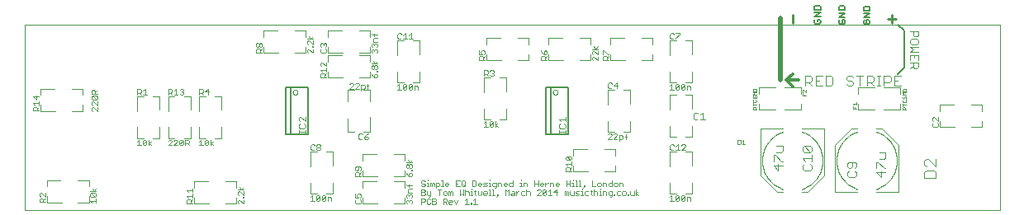
<source format=gto>
G75*
%MOIN*%
%OFA0B0*%
%FSLAX24Y24*%
%IPPOS*%
%LPD*%
%AMOC8*
5,1,8,0,0,1.08239X$1,22.5*
%
%ADD10C,0.0000*%
%ADD11C,0.0020*%
%ADD12C,0.0030*%
%ADD13C,0.0200*%
%ADD14C,0.0060*%
%ADD15C,0.0050*%
%ADD16C,0.0090*%
%ADD17C,0.0040*%
%ADD18C,0.0120*%
%ADD19C,0.0010*%
D10*
X001160Y002930D02*
X001160Y010430D01*
X040530Y010430D01*
X040530Y002930D01*
X001160Y002930D01*
D11*
X001765Y003242D02*
X001765Y003357D01*
X001803Y003395D01*
X001880Y003395D01*
X001918Y003357D01*
X001918Y003242D01*
X001918Y003318D02*
X001995Y003395D01*
X001995Y003472D02*
X001841Y003625D01*
X001803Y003625D01*
X001765Y003587D01*
X001765Y003510D01*
X001803Y003472D01*
X001995Y003472D02*
X001995Y003625D01*
X001995Y003242D02*
X001765Y003242D01*
X003819Y003305D02*
X004049Y003305D01*
X004049Y003229D02*
X004049Y003382D01*
X004010Y003459D02*
X003857Y003612D01*
X004010Y003612D01*
X004049Y003574D01*
X004049Y003497D01*
X004010Y003459D01*
X003857Y003459D01*
X003819Y003497D01*
X003819Y003574D01*
X003857Y003612D01*
X003819Y003689D02*
X004049Y003689D01*
X003972Y003689D02*
X003895Y003804D01*
X003972Y003689D02*
X004049Y003804D01*
X003819Y003305D02*
X003895Y003229D01*
X007715Y003192D02*
X007715Y003307D01*
X007753Y003345D01*
X007830Y003345D01*
X007868Y003307D01*
X007868Y003192D01*
X007868Y003268D02*
X007945Y003345D01*
X007945Y003422D02*
X007945Y003575D01*
X007945Y003498D02*
X007715Y003498D01*
X007791Y003422D01*
X007791Y003652D02*
X007715Y003729D01*
X007945Y003729D01*
X007945Y003805D02*
X007945Y003652D01*
X007945Y003192D02*
X007715Y003192D01*
X009769Y003217D02*
X009807Y003179D01*
X009769Y003217D02*
X009769Y003294D01*
X009807Y003332D01*
X009845Y003332D01*
X009999Y003179D01*
X009999Y003332D01*
X009999Y003409D02*
X009960Y003409D01*
X009960Y003447D01*
X009999Y003447D01*
X009999Y003409D01*
X009999Y003524D02*
X009845Y003677D01*
X009807Y003677D01*
X009769Y003639D01*
X009769Y003562D01*
X009807Y003524D01*
X009999Y003524D02*
X009999Y003677D01*
X009999Y003754D02*
X009769Y003754D01*
X009845Y003869D02*
X009922Y003754D01*
X009999Y003869D01*
X012709Y003445D02*
X012785Y003521D01*
X012785Y003291D01*
X012709Y003291D02*
X012862Y003291D01*
X012939Y003330D02*
X013092Y003483D01*
X013092Y003330D01*
X013054Y003291D01*
X012977Y003291D01*
X012939Y003330D01*
X012939Y003483D01*
X012977Y003521D01*
X013054Y003521D01*
X013092Y003483D01*
X013169Y003483D02*
X013207Y003521D01*
X013284Y003521D01*
X013323Y003483D01*
X013169Y003330D01*
X013207Y003291D01*
X013284Y003291D01*
X013323Y003330D01*
X013323Y003483D01*
X013399Y003445D02*
X013514Y003445D01*
X013553Y003406D01*
X013553Y003291D01*
X013399Y003291D02*
X013399Y003445D01*
X013169Y003483D02*
X013169Y003330D01*
X014515Y003307D02*
X014515Y003230D01*
X014553Y003192D01*
X014706Y003192D01*
X014745Y003230D01*
X014745Y003307D01*
X014706Y003345D01*
X014706Y003422D02*
X014745Y003460D01*
X014745Y003537D01*
X014706Y003575D01*
X014630Y003575D01*
X014591Y003537D01*
X014591Y003498D01*
X014630Y003422D01*
X014515Y003422D01*
X014515Y003575D01*
X014553Y003345D02*
X014515Y003307D01*
X016569Y003294D02*
X016607Y003332D01*
X016645Y003332D01*
X016684Y003294D01*
X016722Y003332D01*
X016760Y003332D01*
X016799Y003294D01*
X016799Y003217D01*
X016760Y003179D01*
X016684Y003255D02*
X016684Y003294D01*
X016569Y003294D02*
X016569Y003217D01*
X016607Y003179D01*
X017180Y003170D02*
X017180Y003390D01*
X017290Y003390D01*
X017327Y003353D01*
X017327Y003280D01*
X017290Y003243D01*
X017180Y003243D01*
X017401Y003207D02*
X017438Y003170D01*
X017511Y003170D01*
X017548Y003207D01*
X017622Y003170D02*
X017732Y003170D01*
X017769Y003207D01*
X017769Y003243D01*
X017732Y003280D01*
X017622Y003280D01*
X017548Y003353D02*
X017511Y003390D01*
X017438Y003390D01*
X017401Y003353D01*
X017401Y003207D01*
X017622Y003170D02*
X017622Y003390D01*
X017732Y003390D01*
X017769Y003353D01*
X017769Y003317D01*
X017732Y003280D01*
X017548Y003493D02*
X017511Y003457D01*
X017474Y003457D01*
X017438Y003530D02*
X017548Y003530D01*
X017548Y003493D02*
X017548Y003677D01*
X017401Y003677D02*
X017401Y003567D01*
X017438Y003530D01*
X017327Y003567D02*
X017327Y003603D01*
X017290Y003640D01*
X017180Y003640D01*
X017180Y003530D02*
X017290Y003530D01*
X017327Y003567D01*
X017290Y003640D02*
X017327Y003677D01*
X017327Y003713D01*
X017290Y003750D01*
X017180Y003750D01*
X017180Y003530D01*
X016799Y003524D02*
X016799Y003447D01*
X016760Y003409D01*
X016684Y003486D02*
X016684Y003524D01*
X016722Y003562D01*
X016760Y003562D01*
X016799Y003524D01*
X016799Y003639D02*
X016645Y003639D01*
X016645Y003754D01*
X016684Y003793D01*
X016799Y003793D01*
X016799Y003908D02*
X016607Y003908D01*
X016569Y003946D01*
X016684Y003946D02*
X016684Y003869D01*
X017180Y003927D02*
X017217Y003890D01*
X017290Y003890D01*
X017327Y003927D01*
X017327Y003963D01*
X017290Y004000D01*
X017217Y004000D01*
X017180Y004037D01*
X017180Y004073D01*
X017217Y004110D01*
X017290Y004110D01*
X017327Y004073D01*
X017401Y004037D02*
X017438Y004037D01*
X017438Y003890D01*
X017474Y003890D02*
X017401Y003890D01*
X017548Y003890D02*
X017548Y004037D01*
X017585Y004037D01*
X017622Y004000D01*
X017658Y004037D01*
X017695Y004000D01*
X017695Y003890D01*
X017622Y003890D02*
X017622Y004000D01*
X017769Y004037D02*
X017879Y004037D01*
X017916Y004000D01*
X017916Y003927D01*
X017879Y003890D01*
X017769Y003890D01*
X017769Y003817D02*
X017769Y004037D01*
X017990Y004110D02*
X018027Y004110D01*
X018027Y003890D01*
X017990Y003890D02*
X018064Y003890D01*
X018138Y003927D02*
X018138Y004000D01*
X018174Y004037D01*
X018248Y004037D01*
X018284Y004000D01*
X018284Y003963D01*
X018138Y003963D01*
X018138Y003927D02*
X018174Y003890D01*
X018248Y003890D01*
X017990Y003750D02*
X017843Y003750D01*
X017916Y003750D02*
X017916Y003530D01*
X018064Y003567D02*
X018101Y003530D01*
X018174Y003530D01*
X018211Y003567D01*
X018211Y003640D01*
X018174Y003677D01*
X018101Y003677D01*
X018064Y003640D01*
X018064Y003567D01*
X018064Y003390D02*
X018174Y003390D01*
X018211Y003353D01*
X018211Y003280D01*
X018174Y003243D01*
X018064Y003243D01*
X018064Y003170D02*
X018064Y003390D01*
X018137Y003243D02*
X018211Y003170D01*
X018285Y003207D02*
X018285Y003280D01*
X018322Y003317D01*
X018395Y003317D01*
X018432Y003280D01*
X018432Y003243D01*
X018285Y003243D01*
X018285Y003207D02*
X018322Y003170D01*
X018395Y003170D01*
X018506Y003317D02*
X018579Y003170D01*
X018653Y003317D01*
X018948Y003317D02*
X019021Y003390D01*
X019021Y003170D01*
X018948Y003170D02*
X019095Y003170D01*
X019169Y003170D02*
X019206Y003170D01*
X019206Y003207D01*
X019169Y003207D01*
X019169Y003170D01*
X019279Y003170D02*
X019426Y003170D01*
X019353Y003170D02*
X019353Y003390D01*
X019279Y003317D01*
X019242Y003530D02*
X019169Y003530D01*
X019206Y003530D02*
X019206Y003677D01*
X019169Y003677D01*
X019206Y003750D02*
X019206Y003787D01*
X019243Y003890D02*
X019353Y003890D01*
X019389Y003927D01*
X019389Y004073D01*
X019353Y004110D01*
X019243Y004110D01*
X019243Y003890D01*
X019353Y003713D02*
X019353Y003567D01*
X019390Y003530D01*
X019464Y003567D02*
X019500Y003530D01*
X019537Y003567D01*
X019574Y003530D01*
X019610Y003567D01*
X019610Y003677D01*
X019685Y003640D02*
X019721Y003677D01*
X019795Y003677D01*
X019831Y003640D01*
X019831Y003603D01*
X019685Y003603D01*
X019685Y003567D02*
X019685Y003640D01*
X019685Y003567D02*
X019721Y003530D01*
X019795Y003530D01*
X019906Y003530D02*
X019979Y003530D01*
X019942Y003530D02*
X019942Y003750D01*
X019906Y003750D01*
X019906Y003890D02*
X019979Y003890D01*
X019942Y003890D02*
X019942Y004037D01*
X019906Y004037D01*
X019831Y004037D02*
X019721Y004037D01*
X019685Y004000D01*
X019721Y003963D01*
X019795Y003963D01*
X019831Y003927D01*
X019795Y003890D01*
X019685Y003890D01*
X019610Y003963D02*
X019464Y003963D01*
X019464Y003927D02*
X019464Y004000D01*
X019500Y004037D01*
X019574Y004037D01*
X019610Y004000D01*
X019610Y003963D01*
X019574Y003890D02*
X019500Y003890D01*
X019464Y003927D01*
X018947Y003927D02*
X018947Y004073D01*
X018911Y004110D01*
X018837Y004110D01*
X018801Y004073D01*
X018801Y003927D01*
X018837Y003890D01*
X018911Y003890D01*
X018947Y003927D01*
X018947Y003890D02*
X018874Y003963D01*
X018726Y003890D02*
X018580Y003890D01*
X018580Y004110D01*
X018726Y004110D01*
X018653Y004000D02*
X018580Y004000D01*
X018727Y003750D02*
X018727Y003530D01*
X018800Y003603D01*
X018874Y003530D01*
X018874Y003750D01*
X018948Y003750D02*
X018948Y003530D01*
X018948Y003640D02*
X018985Y003677D01*
X019058Y003677D01*
X019095Y003640D01*
X019095Y003530D01*
X019316Y003677D02*
X019390Y003677D01*
X019464Y003677D02*
X019464Y003567D01*
X020053Y003530D02*
X020126Y003530D01*
X020090Y003530D02*
X020090Y003750D01*
X020053Y003750D01*
X020126Y003817D02*
X020163Y003817D01*
X020200Y003853D01*
X020200Y004037D01*
X020090Y004037D01*
X020053Y004000D01*
X020053Y003927D01*
X020090Y003890D01*
X020200Y003890D01*
X020274Y003890D02*
X020274Y004037D01*
X020384Y004037D01*
X020421Y004000D01*
X020421Y003890D01*
X020495Y003927D02*
X020495Y004000D01*
X020532Y004037D01*
X020605Y004037D01*
X020642Y004000D01*
X020642Y003963D01*
X020495Y003963D01*
X020495Y003927D02*
X020532Y003890D01*
X020605Y003890D01*
X020716Y003927D02*
X020716Y004000D01*
X020753Y004037D01*
X020863Y004037D01*
X020863Y004110D02*
X020863Y003890D01*
X020753Y003890D01*
X020716Y003927D01*
X020715Y003750D02*
X020715Y003530D01*
X020789Y003567D02*
X020826Y003603D01*
X020936Y003603D01*
X020936Y003640D02*
X020936Y003530D01*
X020826Y003530D01*
X020789Y003567D01*
X020826Y003677D02*
X020900Y003677D01*
X020936Y003640D01*
X021010Y003603D02*
X021084Y003677D01*
X021121Y003677D01*
X021195Y003640D02*
X021195Y003567D01*
X021231Y003530D01*
X021341Y003530D01*
X021416Y003530D02*
X021416Y003750D01*
X021452Y003677D02*
X021526Y003677D01*
X021562Y003640D01*
X021562Y003530D01*
X021416Y003640D02*
X021452Y003677D01*
X021341Y003677D02*
X021231Y003677D01*
X021195Y003640D01*
X021010Y003677D02*
X021010Y003530D01*
X020715Y003750D02*
X020642Y003677D01*
X020568Y003750D01*
X020568Y003530D01*
X020274Y003530D02*
X020200Y003457D01*
X020237Y003530D02*
X020274Y003530D01*
X020274Y003567D01*
X020237Y003567D01*
X020237Y003530D01*
X021158Y003890D02*
X021231Y003890D01*
X021194Y003890D02*
X021194Y004037D01*
X021158Y004037D01*
X021194Y004110D02*
X021194Y004147D01*
X021305Y004037D02*
X021415Y004037D01*
X021452Y004000D01*
X021452Y003890D01*
X021305Y003890D02*
X021305Y004037D01*
X021747Y004000D02*
X021894Y004000D01*
X021968Y004000D02*
X022005Y004037D01*
X022078Y004037D01*
X022115Y004000D01*
X022115Y003963D01*
X021968Y003963D01*
X021968Y003927D02*
X021968Y004000D01*
X021968Y003927D02*
X022005Y003890D01*
X022078Y003890D01*
X022189Y003890D02*
X022189Y004037D01*
X022262Y004037D02*
X022299Y004037D01*
X022262Y004037D02*
X022189Y003963D01*
X022373Y003890D02*
X022373Y004037D01*
X022483Y004037D01*
X022520Y004000D01*
X022520Y003890D01*
X022594Y003927D02*
X022594Y004000D01*
X022631Y004037D01*
X022704Y004037D01*
X022741Y004000D01*
X022741Y003963D01*
X022594Y003963D01*
X022594Y003927D02*
X022631Y003890D01*
X022704Y003890D01*
X022631Y003750D02*
X022521Y003640D01*
X022667Y003640D01*
X022631Y003530D02*
X022631Y003750D01*
X022373Y003750D02*
X022300Y003677D01*
X022225Y003713D02*
X022079Y003567D01*
X022115Y003530D01*
X022189Y003530D01*
X022225Y003567D01*
X022225Y003713D01*
X022189Y003750D01*
X022115Y003750D01*
X022079Y003713D01*
X022079Y003567D01*
X022004Y003530D02*
X021858Y003530D01*
X022004Y003677D01*
X022004Y003713D01*
X021968Y003750D01*
X021894Y003750D01*
X021858Y003713D01*
X021894Y003890D02*
X021894Y004110D01*
X021747Y004110D02*
X021747Y003890D01*
X022373Y003750D02*
X022373Y003530D01*
X022300Y003530D02*
X022446Y003530D01*
X022963Y003530D02*
X022963Y003677D01*
X022999Y003677D01*
X023036Y003640D01*
X023073Y003677D01*
X023109Y003640D01*
X023109Y003530D01*
X023036Y003530D02*
X023036Y003640D01*
X023184Y003677D02*
X023184Y003567D01*
X023220Y003530D01*
X023330Y003530D01*
X023330Y003677D01*
X023404Y003640D02*
X023441Y003677D01*
X023551Y003677D01*
X023625Y003677D02*
X023662Y003677D01*
X023662Y003530D01*
X023625Y003530D02*
X023699Y003530D01*
X023773Y003567D02*
X023810Y003530D01*
X023920Y003530D01*
X024030Y003567D02*
X024067Y003530D01*
X024030Y003567D02*
X024030Y003713D01*
X023994Y003677D02*
X024067Y003677D01*
X024141Y003640D02*
X024178Y003677D01*
X024251Y003677D01*
X024288Y003640D01*
X024288Y003530D01*
X024362Y003530D02*
X024436Y003530D01*
X024399Y003530D02*
X024399Y003677D01*
X024362Y003677D01*
X024399Y003750D02*
X024399Y003787D01*
X024399Y003890D02*
X024435Y003927D01*
X024435Y004000D01*
X024399Y004037D01*
X024325Y004037D01*
X024288Y004000D01*
X024288Y003927D01*
X024325Y003890D01*
X024399Y003890D01*
X024509Y003890D02*
X024509Y004037D01*
X024620Y004037D01*
X024656Y004000D01*
X024656Y003890D01*
X024730Y003927D02*
X024730Y004000D01*
X024767Y004037D01*
X024877Y004037D01*
X024877Y004110D02*
X024877Y003890D01*
X024767Y003890D01*
X024730Y003927D01*
X024951Y003927D02*
X024988Y003890D01*
X025062Y003890D01*
X025098Y003927D01*
X025098Y004000D01*
X025062Y004037D01*
X024988Y004037D01*
X024951Y004000D01*
X024951Y003927D01*
X025172Y003890D02*
X025172Y004037D01*
X025282Y004037D01*
X025319Y004000D01*
X025319Y003890D01*
X025835Y003750D02*
X025835Y003530D01*
X025835Y003603D02*
X025945Y003530D01*
X025835Y003603D02*
X025945Y003677D01*
X025761Y003677D02*
X025761Y003530D01*
X025651Y003530D01*
X025614Y003567D01*
X025614Y003677D01*
X025541Y003567D02*
X025541Y003530D01*
X025504Y003530D01*
X025504Y003567D01*
X025541Y003567D01*
X025430Y003567D02*
X025430Y003640D01*
X025393Y003677D01*
X025320Y003677D01*
X025283Y003640D01*
X025283Y003567D01*
X025320Y003530D01*
X025393Y003530D01*
X025430Y003567D01*
X025209Y003530D02*
X025099Y003530D01*
X025062Y003567D01*
X025062Y003640D01*
X025099Y003677D01*
X025209Y003677D01*
X024988Y003567D02*
X024988Y003530D01*
X024951Y003530D01*
X024951Y003567D01*
X024988Y003567D01*
X024877Y003530D02*
X024767Y003530D01*
X024730Y003567D01*
X024730Y003640D01*
X024767Y003677D01*
X024877Y003677D01*
X024877Y003493D01*
X024841Y003457D01*
X024804Y003457D01*
X024656Y003530D02*
X024656Y003640D01*
X024620Y003677D01*
X024509Y003677D01*
X024509Y003530D01*
X024141Y003530D02*
X024141Y003750D01*
X024214Y003890D02*
X024067Y003890D01*
X024067Y004110D01*
X023589Y004110D02*
X023589Y003890D01*
X023625Y003890D02*
X023552Y003890D01*
X023478Y003890D02*
X023404Y003890D01*
X023441Y003890D02*
X023441Y004110D01*
X023404Y004110D01*
X023294Y004110D02*
X023294Y004147D01*
X023294Y004037D02*
X023294Y003890D01*
X023257Y003890D02*
X023331Y003890D01*
X023183Y003890D02*
X023183Y004110D01*
X023257Y004037D02*
X023294Y004037D01*
X023183Y004000D02*
X023036Y004000D01*
X023036Y003890D02*
X023036Y004110D01*
X023552Y004110D02*
X023589Y004110D01*
X023736Y003927D02*
X023736Y003890D01*
X023773Y003890D01*
X023773Y003927D01*
X023736Y003927D01*
X023773Y003890D02*
X023699Y003817D01*
X023662Y003787D02*
X023662Y003750D01*
X023773Y003640D02*
X023773Y003567D01*
X023773Y003640D02*
X023810Y003677D01*
X023920Y003677D01*
X023551Y003567D02*
X023515Y003603D01*
X023441Y003603D01*
X023404Y003640D01*
X023404Y003530D02*
X023515Y003530D01*
X023551Y003567D01*
X023245Y004492D02*
X023015Y004492D01*
X023015Y004607D01*
X023053Y004645D01*
X023130Y004645D01*
X023168Y004607D01*
X023168Y004492D01*
X023168Y004568D02*
X023245Y004645D01*
X023245Y004722D02*
X023245Y004875D01*
X023245Y004798D02*
X023015Y004798D01*
X023091Y004722D01*
X023053Y004952D02*
X023015Y004990D01*
X023015Y005067D01*
X023053Y005105D01*
X023206Y004952D01*
X023245Y004990D01*
X023245Y005067D01*
X023206Y005105D01*
X023053Y005105D01*
X023053Y004952D02*
X023206Y004952D01*
X024709Y005791D02*
X024862Y005945D01*
X024862Y005983D01*
X024824Y006021D01*
X024747Y006021D01*
X024709Y005983D01*
X024939Y005983D02*
X024977Y006021D01*
X025054Y006021D01*
X025092Y005983D01*
X025092Y005945D01*
X024939Y005791D01*
X025092Y005791D01*
X025169Y005791D02*
X025284Y005791D01*
X025323Y005830D01*
X025323Y005906D01*
X025284Y005945D01*
X025169Y005945D01*
X025169Y005715D01*
X025438Y005791D02*
X025438Y005983D01*
X025476Y006021D01*
X025476Y005906D02*
X025399Y005906D01*
X024862Y005791D02*
X024709Y005791D01*
X027222Y005537D02*
X027222Y005384D01*
X027260Y005345D01*
X027337Y005345D01*
X027375Y005384D01*
X027452Y005345D02*
X027605Y005345D01*
X027528Y005345D02*
X027528Y005575D01*
X027452Y005499D01*
X027375Y005537D02*
X027337Y005575D01*
X027260Y005575D01*
X027222Y005537D01*
X027682Y005537D02*
X027720Y005575D01*
X027797Y005575D01*
X027835Y005537D01*
X027835Y005499D01*
X027682Y005345D01*
X027835Y005345D01*
X029942Y005591D02*
X030032Y005591D01*
X030062Y005621D01*
X030062Y005741D01*
X030032Y005771D01*
X029942Y005771D01*
X029942Y005591D01*
X030126Y005591D02*
X030246Y005591D01*
X030186Y005591D02*
X030186Y005771D01*
X030126Y005711D01*
X028633Y006590D02*
X028446Y006590D01*
X028540Y006590D02*
X028540Y006870D01*
X028446Y006777D01*
X028357Y006824D02*
X028310Y006870D01*
X028217Y006870D01*
X028170Y006824D01*
X028170Y006637D01*
X028217Y006590D01*
X028310Y006590D01*
X028357Y006637D01*
X028053Y007791D02*
X028053Y007906D01*
X028014Y007945D01*
X027899Y007945D01*
X027899Y007791D01*
X027823Y007830D02*
X027784Y007791D01*
X027707Y007791D01*
X027669Y007830D01*
X027823Y007983D01*
X027823Y007830D01*
X027823Y007983D02*
X027784Y008021D01*
X027707Y008021D01*
X027669Y007983D01*
X027669Y007830D01*
X027592Y007830D02*
X027554Y007791D01*
X027477Y007791D01*
X027439Y007830D01*
X027592Y007983D01*
X027592Y007830D01*
X027592Y007983D02*
X027554Y008021D01*
X027477Y008021D01*
X027439Y007983D01*
X027439Y007830D01*
X027362Y007791D02*
X027209Y007791D01*
X027285Y007791D02*
X027285Y008021D01*
X027209Y007945D01*
X025105Y007960D02*
X024952Y007960D01*
X025067Y008075D01*
X025067Y007845D01*
X024875Y007884D02*
X024837Y007845D01*
X024760Y007845D01*
X024722Y007884D01*
X024722Y008037D01*
X024760Y008075D01*
X024837Y008075D01*
X024875Y008037D01*
X024745Y008992D02*
X024515Y008992D01*
X024515Y009107D01*
X024553Y009145D01*
X024630Y009145D01*
X024668Y009107D01*
X024668Y008992D01*
X024668Y009068D02*
X024745Y009145D01*
X024745Y009222D02*
X024706Y009222D01*
X024553Y009375D01*
X024515Y009375D01*
X024515Y009222D01*
X024299Y009209D02*
X024145Y009362D01*
X024107Y009362D01*
X024069Y009324D01*
X024069Y009247D01*
X024107Y009209D01*
X024107Y009132D02*
X024069Y009094D01*
X024069Y009017D01*
X024107Y008979D01*
X024107Y009132D02*
X024145Y009132D01*
X024299Y008979D01*
X024299Y009132D01*
X024299Y009209D02*
X024299Y009362D01*
X024299Y009439D02*
X024069Y009439D01*
X024145Y009554D02*
X024222Y009439D01*
X024299Y009554D01*
X022245Y009337D02*
X022245Y009260D01*
X022206Y009222D01*
X022130Y009222D01*
X022130Y009337D01*
X022168Y009375D01*
X022206Y009375D01*
X022245Y009337D01*
X022130Y009222D02*
X022053Y009298D01*
X022015Y009375D01*
X022053Y009145D02*
X022130Y009145D01*
X022168Y009107D01*
X022168Y008992D01*
X022168Y009068D02*
X022245Y009145D01*
X022245Y008992D02*
X022015Y008992D01*
X022015Y009107D01*
X022053Y009145D01*
X020105Y008537D02*
X020105Y008499D01*
X020067Y008460D01*
X020105Y008422D01*
X020105Y008384D01*
X020067Y008345D01*
X019990Y008345D01*
X019952Y008384D01*
X019875Y008345D02*
X019798Y008422D01*
X019837Y008422D02*
X019722Y008422D01*
X019722Y008345D02*
X019722Y008575D01*
X019837Y008575D01*
X019875Y008537D01*
X019875Y008460D01*
X019837Y008422D01*
X019952Y008537D02*
X019990Y008575D01*
X020067Y008575D01*
X020105Y008537D01*
X020067Y008460D02*
X020028Y008460D01*
X019745Y008992D02*
X019515Y008992D01*
X019515Y009107D01*
X019553Y009145D01*
X019630Y009145D01*
X019668Y009107D01*
X019668Y008992D01*
X019668Y009068D02*
X019745Y009145D01*
X019706Y009222D02*
X019745Y009260D01*
X019745Y009337D01*
X019706Y009375D01*
X019630Y009375D01*
X019591Y009337D01*
X019591Y009298D01*
X019630Y009222D01*
X019515Y009222D01*
X019515Y009375D01*
X016835Y009845D02*
X016682Y009845D01*
X016759Y009845D02*
X016759Y010075D01*
X016682Y009999D01*
X016528Y010075D02*
X016528Y009845D01*
X016452Y009845D02*
X016605Y009845D01*
X016452Y009999D02*
X016528Y010075D01*
X016375Y010037D02*
X016337Y010075D01*
X016260Y010075D01*
X016222Y010037D01*
X016222Y009884D01*
X016260Y009845D01*
X016337Y009845D01*
X016375Y009884D01*
X015399Y009893D02*
X015284Y009893D01*
X015245Y009854D01*
X015245Y009739D01*
X015399Y009739D01*
X015360Y009662D02*
X015399Y009624D01*
X015399Y009547D01*
X015360Y009509D01*
X015360Y009432D02*
X015399Y009394D01*
X015399Y009317D01*
X015360Y009279D01*
X015284Y009355D02*
X015284Y009394D01*
X015322Y009432D01*
X015360Y009432D01*
X015284Y009394D02*
X015245Y009432D01*
X015207Y009432D01*
X015169Y009394D01*
X015169Y009317D01*
X015207Y009279D01*
X015207Y009509D02*
X015169Y009547D01*
X015169Y009624D01*
X015207Y009662D01*
X015245Y009662D01*
X015284Y009624D01*
X015322Y009662D01*
X015360Y009662D01*
X015284Y009624D02*
X015284Y009586D01*
X015284Y009969D02*
X015284Y010046D01*
X015207Y010008D02*
X015169Y010046D01*
X015207Y010008D02*
X015399Y010008D01*
X013345Y009637D02*
X013345Y009560D01*
X013306Y009522D01*
X013306Y009445D02*
X013345Y009407D01*
X013345Y009330D01*
X013306Y009292D01*
X013153Y009292D01*
X013115Y009330D01*
X013115Y009407D01*
X013153Y009445D01*
X013153Y009522D02*
X013115Y009560D01*
X013115Y009637D01*
X013153Y009675D01*
X013191Y009675D01*
X013230Y009637D01*
X013268Y009675D01*
X013306Y009675D01*
X013345Y009637D01*
X013230Y009637D02*
X013230Y009598D01*
X012799Y009624D02*
X012645Y009777D01*
X012607Y009777D01*
X012569Y009739D01*
X012569Y009662D01*
X012607Y009624D01*
X012760Y009547D02*
X012799Y009547D01*
X012799Y009509D01*
X012760Y009509D01*
X012760Y009547D01*
X012799Y009624D02*
X012799Y009777D01*
X012799Y009854D02*
X012569Y009854D01*
X012645Y009969D02*
X012722Y009854D01*
X012799Y009969D01*
X012799Y009432D02*
X012799Y009279D01*
X012645Y009432D01*
X012607Y009432D01*
X012569Y009394D01*
X012569Y009317D01*
X012607Y009279D01*
X013115Y008867D02*
X013153Y008905D01*
X013191Y008905D01*
X013345Y008752D01*
X013345Y008905D01*
X013115Y008867D02*
X013115Y008790D01*
X013153Y008752D01*
X013115Y008598D02*
X013345Y008598D01*
X013345Y008522D02*
X013345Y008675D01*
X013191Y008522D02*
X013115Y008598D01*
X013153Y008445D02*
X013230Y008445D01*
X013268Y008407D01*
X013268Y008292D01*
X013268Y008368D02*
X013345Y008445D01*
X013345Y008292D02*
X013115Y008292D01*
X013115Y008407D01*
X013153Y008445D01*
X014287Y008031D02*
X014326Y008069D01*
X014402Y008069D01*
X014441Y008031D01*
X014441Y007992D01*
X014287Y007839D01*
X014441Y007839D01*
X014517Y007839D02*
X014671Y007992D01*
X014671Y008031D01*
X014633Y008069D01*
X014556Y008069D01*
X014517Y008031D01*
X014517Y007839D02*
X014671Y007839D01*
X014748Y007839D02*
X014863Y007839D01*
X014901Y007877D01*
X014901Y007954D01*
X014863Y007992D01*
X014748Y007992D01*
X014748Y007762D01*
X015016Y007839D02*
X015016Y008031D01*
X015055Y008069D01*
X015055Y007954D02*
X014978Y007954D01*
X015284Y008279D02*
X015284Y008394D01*
X015322Y008432D01*
X015360Y008432D01*
X015399Y008394D01*
X015399Y008317D01*
X015360Y008279D01*
X015284Y008279D01*
X015207Y008355D01*
X015169Y008432D01*
X015207Y008624D02*
X015245Y008624D01*
X015284Y008662D01*
X015284Y008739D01*
X015322Y008777D01*
X015360Y008777D01*
X015399Y008739D01*
X015399Y008662D01*
X015360Y008624D01*
X015322Y008624D01*
X015284Y008662D01*
X015284Y008739D02*
X015245Y008777D01*
X015207Y008777D01*
X015169Y008739D01*
X015169Y008662D01*
X015207Y008624D01*
X015360Y008547D02*
X015399Y008547D01*
X015399Y008509D01*
X015360Y008509D01*
X015360Y008547D01*
X015322Y008854D02*
X015245Y008969D01*
X015169Y008854D02*
X015399Y008854D01*
X015322Y008854D02*
X015399Y008969D01*
X016285Y008021D02*
X016285Y007791D01*
X016209Y007791D02*
X016362Y007791D01*
X016439Y007830D02*
X016592Y007983D01*
X016592Y007830D01*
X016554Y007791D01*
X016477Y007791D01*
X016439Y007830D01*
X016439Y007983D01*
X016477Y008021D01*
X016554Y008021D01*
X016592Y007983D01*
X016669Y007983D02*
X016707Y008021D01*
X016784Y008021D01*
X016823Y007983D01*
X016669Y007830D01*
X016707Y007791D01*
X016784Y007791D01*
X016823Y007830D01*
X016823Y007983D01*
X016899Y007945D02*
X017014Y007945D01*
X017053Y007906D01*
X017053Y007791D01*
X016899Y007791D02*
X016899Y007945D01*
X016669Y007983D02*
X016669Y007830D01*
X016285Y008021D02*
X016209Y007945D01*
X019709Y006445D02*
X019785Y006521D01*
X019785Y006291D01*
X019709Y006291D02*
X019862Y006291D01*
X019939Y006330D02*
X020092Y006483D01*
X020092Y006330D01*
X020054Y006291D01*
X019977Y006291D01*
X019939Y006330D01*
X019939Y006483D01*
X019977Y006521D01*
X020054Y006521D01*
X020092Y006483D01*
X020169Y006521D02*
X020169Y006291D01*
X020169Y006368D02*
X020284Y006291D01*
X020169Y006368D02*
X020284Y006445D01*
X016799Y004969D02*
X016722Y004854D01*
X016645Y004969D01*
X016569Y004854D02*
X016799Y004854D01*
X016760Y004777D02*
X016799Y004739D01*
X016799Y004662D01*
X016760Y004624D01*
X016722Y004624D01*
X016684Y004662D01*
X016684Y004739D01*
X016722Y004777D01*
X016760Y004777D01*
X016684Y004739D02*
X016645Y004777D01*
X016607Y004777D01*
X016569Y004739D01*
X016569Y004662D01*
X016607Y004624D01*
X016645Y004624D01*
X016684Y004662D01*
X016760Y004547D02*
X016799Y004547D01*
X016799Y004509D01*
X016760Y004509D01*
X016760Y004547D01*
X016760Y004432D02*
X016722Y004432D01*
X016684Y004394D01*
X016684Y004279D01*
X016760Y004279D01*
X016799Y004317D01*
X016799Y004394D01*
X016760Y004432D01*
X016684Y004279D02*
X016607Y004355D01*
X016569Y004432D01*
X017438Y004147D02*
X017438Y004110D01*
X018285Y003677D02*
X018322Y003677D01*
X018358Y003640D01*
X018395Y003677D01*
X018432Y003640D01*
X018432Y003530D01*
X018358Y003530D02*
X018358Y003640D01*
X018285Y003677D02*
X018285Y003530D01*
X016684Y003524D02*
X016645Y003562D01*
X016607Y003562D01*
X016569Y003524D01*
X016569Y003447D01*
X016607Y003409D01*
X014745Y004292D02*
X014515Y004292D01*
X014515Y004407D01*
X014553Y004445D01*
X014630Y004445D01*
X014668Y004407D01*
X014668Y004292D01*
X014668Y004368D02*
X014745Y004445D01*
X014706Y004522D02*
X014745Y004560D01*
X014745Y004637D01*
X014706Y004675D01*
X014553Y004675D01*
X014515Y004637D01*
X014515Y004560D01*
X014553Y004522D01*
X014591Y004522D01*
X014630Y004560D01*
X014630Y004675D01*
X013105Y005384D02*
X013067Y005345D01*
X012990Y005345D01*
X012952Y005384D01*
X012952Y005422D01*
X012990Y005460D01*
X013067Y005460D01*
X013105Y005422D01*
X013105Y005384D01*
X013067Y005460D02*
X013105Y005499D01*
X013105Y005537D01*
X013067Y005575D01*
X012990Y005575D01*
X012952Y005537D01*
X012952Y005499D01*
X012990Y005460D01*
X012875Y005384D02*
X012837Y005345D01*
X012760Y005345D01*
X012722Y005384D01*
X012722Y005537D01*
X012760Y005575D01*
X012837Y005575D01*
X012875Y005537D01*
X014658Y005823D02*
X014658Y005977D01*
X014696Y006015D01*
X014773Y006015D01*
X014812Y005977D01*
X014888Y005900D02*
X014965Y005977D01*
X015042Y006015D01*
X015003Y005900D02*
X014888Y005900D01*
X014888Y005823D01*
X014927Y005785D01*
X015003Y005785D01*
X015042Y005823D01*
X015042Y005862D01*
X015003Y005900D01*
X014812Y005823D02*
X014773Y005785D01*
X014696Y005785D01*
X014658Y005823D01*
X008784Y005695D02*
X008669Y005618D01*
X008784Y005541D01*
X008669Y005541D02*
X008669Y005771D01*
X008592Y005733D02*
X008439Y005580D01*
X008477Y005541D01*
X008554Y005541D01*
X008592Y005580D01*
X008592Y005733D01*
X008554Y005771D01*
X008477Y005771D01*
X008439Y005733D01*
X008439Y005580D01*
X008362Y005541D02*
X008209Y005541D01*
X008285Y005541D02*
X008285Y005771D01*
X008209Y005695D01*
X007803Y005733D02*
X007803Y005656D01*
X007764Y005618D01*
X007649Y005618D01*
X007649Y005541D02*
X007649Y005771D01*
X007764Y005771D01*
X007803Y005733D01*
X007726Y005618D02*
X007803Y005541D01*
X007573Y005580D02*
X007534Y005541D01*
X007457Y005541D01*
X007419Y005580D01*
X007573Y005733D01*
X007573Y005580D01*
X007573Y005733D02*
X007534Y005771D01*
X007457Y005771D01*
X007419Y005733D01*
X007419Y005580D01*
X007342Y005541D02*
X007189Y005541D01*
X007342Y005695D01*
X007342Y005733D01*
X007304Y005771D01*
X007227Y005771D01*
X007189Y005733D01*
X007112Y005733D02*
X007074Y005771D01*
X006997Y005771D01*
X006959Y005733D01*
X007112Y005733D02*
X007112Y005695D01*
X006959Y005541D01*
X007112Y005541D01*
X006284Y005541D02*
X006169Y005618D01*
X006284Y005695D01*
X006169Y005771D02*
X006169Y005541D01*
X006092Y005580D02*
X006054Y005541D01*
X005977Y005541D01*
X005939Y005580D01*
X006092Y005733D01*
X006092Y005580D01*
X006092Y005733D02*
X006054Y005771D01*
X005977Y005771D01*
X005939Y005733D01*
X005939Y005580D01*
X005862Y005541D02*
X005709Y005541D01*
X005785Y005541D02*
X005785Y005771D01*
X005709Y005695D01*
X004099Y006929D02*
X003945Y007082D01*
X003907Y007082D01*
X003869Y007044D01*
X003869Y006967D01*
X003907Y006929D01*
X004099Y006929D02*
X004099Y007082D01*
X004099Y007159D02*
X003945Y007312D01*
X003907Y007312D01*
X003869Y007274D01*
X003869Y007197D01*
X003907Y007159D01*
X004099Y007159D02*
X004099Y007312D01*
X004060Y007389D02*
X003907Y007543D01*
X004060Y007543D01*
X004099Y007504D01*
X004099Y007427D01*
X004060Y007389D01*
X003907Y007389D01*
X003869Y007427D01*
X003869Y007504D01*
X003907Y007543D01*
X003869Y007619D02*
X004099Y007619D01*
X004022Y007619D02*
X004022Y007734D01*
X003984Y007773D01*
X003907Y007773D01*
X003869Y007734D01*
X003869Y007619D01*
X004022Y007696D02*
X004099Y007773D01*
X005722Y007825D02*
X005722Y007595D01*
X005722Y007672D02*
X005837Y007672D01*
X005875Y007710D01*
X005875Y007787D01*
X005837Y007825D01*
X005722Y007825D01*
X005798Y007672D02*
X005875Y007595D01*
X005952Y007595D02*
X006105Y007595D01*
X006028Y007595D02*
X006028Y007825D01*
X005952Y007749D01*
X006972Y007825D02*
X006972Y007595D01*
X006972Y007672D02*
X007087Y007672D01*
X007125Y007710D01*
X007125Y007787D01*
X007087Y007825D01*
X006972Y007825D01*
X007048Y007672D02*
X007125Y007595D01*
X007202Y007595D02*
X007355Y007595D01*
X007278Y007595D02*
X007278Y007825D01*
X007202Y007749D01*
X007432Y007787D02*
X007470Y007825D01*
X007547Y007825D01*
X007585Y007787D01*
X007585Y007749D01*
X007547Y007710D01*
X007585Y007672D01*
X007585Y007634D01*
X007547Y007595D01*
X007470Y007595D01*
X007432Y007634D01*
X007509Y007710D02*
X007547Y007710D01*
X008222Y007672D02*
X008337Y007672D01*
X008375Y007710D01*
X008375Y007787D01*
X008337Y007825D01*
X008222Y007825D01*
X008222Y007595D01*
X008298Y007672D02*
X008375Y007595D01*
X008452Y007710D02*
X008605Y007710D01*
X008567Y007595D02*
X008567Y007825D01*
X008452Y007710D01*
X010515Y009292D02*
X010515Y009407D01*
X010553Y009445D01*
X010630Y009445D01*
X010668Y009407D01*
X010668Y009292D01*
X010668Y009368D02*
X010745Y009445D01*
X010706Y009522D02*
X010668Y009522D01*
X010630Y009560D01*
X010630Y009637D01*
X010668Y009675D01*
X010706Y009675D01*
X010745Y009637D01*
X010745Y009560D01*
X010706Y009522D01*
X010630Y009560D02*
X010591Y009522D01*
X010553Y009522D01*
X010515Y009560D01*
X010515Y009637D01*
X010553Y009675D01*
X010591Y009675D01*
X010630Y009637D01*
X010745Y009292D02*
X010515Y009292D01*
X001745Y007517D02*
X001515Y007517D01*
X001630Y007402D01*
X001630Y007555D01*
X001745Y007325D02*
X001745Y007172D01*
X001745Y007248D02*
X001515Y007248D01*
X001591Y007172D01*
X001553Y007095D02*
X001630Y007095D01*
X001668Y007057D01*
X001668Y006942D01*
X001668Y007018D02*
X001745Y007095D01*
X001745Y006942D02*
X001515Y006942D01*
X001515Y007057D01*
X001553Y007095D01*
X019942Y004147D02*
X019942Y004110D01*
X027209Y003445D02*
X027285Y003521D01*
X027285Y003291D01*
X027209Y003291D02*
X027362Y003291D01*
X027439Y003330D02*
X027592Y003483D01*
X027592Y003330D01*
X027554Y003291D01*
X027477Y003291D01*
X027439Y003330D01*
X027439Y003483D01*
X027477Y003521D01*
X027554Y003521D01*
X027592Y003483D01*
X027669Y003483D02*
X027707Y003521D01*
X027784Y003521D01*
X027823Y003483D01*
X027669Y003330D01*
X027707Y003291D01*
X027784Y003291D01*
X027823Y003330D01*
X027823Y003483D01*
X027899Y003445D02*
X028014Y003445D01*
X028053Y003406D01*
X028053Y003291D01*
X027899Y003291D02*
X027899Y003445D01*
X027669Y003483D02*
X027669Y003330D01*
X037815Y006330D02*
X037853Y006292D01*
X038006Y006292D01*
X038045Y006330D01*
X038045Y006407D01*
X038006Y006445D01*
X038045Y006522D02*
X037891Y006675D01*
X037853Y006675D01*
X037815Y006637D01*
X037815Y006560D01*
X037853Y006522D01*
X037853Y006445D02*
X037815Y006407D01*
X037815Y006330D01*
X038045Y006522D02*
X038045Y006675D01*
X027605Y010037D02*
X027452Y009884D01*
X027452Y009845D01*
X027375Y009884D02*
X027337Y009845D01*
X027260Y009845D01*
X027222Y009884D01*
X027222Y010037D01*
X027260Y010075D01*
X027337Y010075D01*
X027375Y010037D01*
X027452Y010075D02*
X027605Y010075D01*
X027605Y010037D01*
D12*
X027463Y009780D02*
X027210Y009780D01*
X027210Y009180D01*
X026510Y009233D02*
X026510Y008980D01*
X026060Y008980D01*
X025410Y008980D02*
X024810Y008980D01*
X024810Y009233D01*
X024010Y009233D02*
X024010Y008980D01*
X023560Y008980D01*
X022910Y008980D02*
X022310Y008980D01*
X022310Y009233D01*
X021510Y009233D02*
X021510Y008980D01*
X021060Y008980D01*
X020410Y008980D02*
X019810Y008980D01*
X019810Y009233D01*
X019810Y009627D02*
X019810Y009880D01*
X020360Y009880D01*
X021060Y009880D02*
X021510Y009880D01*
X021510Y009627D01*
X022310Y009627D02*
X022310Y009880D01*
X022860Y009880D01*
X023560Y009880D02*
X024010Y009880D01*
X024010Y009627D01*
X024810Y009627D02*
X024810Y009880D01*
X025360Y009880D01*
X026060Y009880D02*
X026510Y009880D01*
X026510Y009627D01*
X027857Y009780D02*
X028110Y009780D01*
X028110Y009230D01*
X028110Y008530D02*
X028110Y008080D01*
X027857Y008080D01*
X027463Y008080D02*
X027210Y008080D01*
X027210Y008530D01*
X025610Y007780D02*
X025357Y007780D01*
X025610Y007780D02*
X025610Y007230D01*
X024710Y007180D02*
X024710Y007780D01*
X024963Y007780D01*
X027210Y007580D02*
X027210Y006980D01*
X028110Y007030D02*
X028110Y007580D01*
X027857Y007580D01*
X027463Y007580D02*
X027210Y007580D01*
X025610Y006530D02*
X025610Y006080D01*
X025357Y006080D01*
X024963Y006080D02*
X024710Y006080D01*
X024710Y006530D01*
X023000Y006510D02*
X023000Y006690D01*
X023000Y006600D02*
X022729Y006600D01*
X022819Y006510D01*
X022774Y006414D02*
X022729Y006369D01*
X022729Y006279D01*
X022774Y006234D01*
X022954Y006234D01*
X023000Y006279D01*
X023000Y006369D01*
X022954Y006414D01*
X023000Y006140D02*
X023000Y006050D01*
X023000Y006095D02*
X022729Y006095D01*
X022729Y006050D02*
X022729Y006140D01*
X020610Y006580D02*
X020357Y006580D01*
X020610Y006580D02*
X020610Y007030D01*
X019710Y007030D02*
X019710Y006580D01*
X019963Y006580D01*
X019710Y007680D02*
X019710Y008280D01*
X019963Y008280D01*
X020357Y008280D02*
X020610Y008280D01*
X020610Y007730D01*
X017110Y008080D02*
X016857Y008080D01*
X017110Y008080D02*
X017110Y008530D01*
X016210Y008530D02*
X016210Y008080D01*
X016463Y008080D01*
X015110Y008280D02*
X014660Y008280D01*
X015110Y008280D02*
X015110Y008533D01*
X015110Y008927D02*
X015110Y009180D01*
X014660Y009180D01*
X014660Y009280D02*
X015110Y009280D01*
X015110Y009533D01*
X014010Y009280D02*
X013410Y009280D01*
X013410Y009533D01*
X012510Y009533D02*
X012510Y009280D01*
X012060Y009280D01*
X011410Y009280D02*
X010810Y009280D01*
X010810Y009533D01*
X010810Y009927D02*
X010810Y010180D01*
X011360Y010180D01*
X012060Y010180D02*
X012510Y010180D01*
X012510Y009927D01*
X013410Y009927D02*
X013410Y010180D01*
X013960Y010180D01*
X014660Y010180D02*
X015110Y010180D01*
X015110Y009927D01*
X016210Y009780D02*
X016210Y009180D01*
X017110Y009230D02*
X017110Y009780D01*
X016857Y009780D01*
X016463Y009780D02*
X016210Y009780D01*
X013960Y009180D02*
X013410Y009180D01*
X013410Y008927D01*
X013410Y008533D02*
X013410Y008280D01*
X014010Y008280D01*
X014210Y007780D02*
X014463Y007780D01*
X014210Y007780D02*
X014210Y007330D01*
X015110Y007330D02*
X015110Y007780D01*
X014857Y007780D01*
X015110Y006680D02*
X015110Y006080D01*
X014857Y006080D01*
X014463Y006080D02*
X014210Y006080D01*
X014210Y006630D01*
X012500Y006690D02*
X012500Y006510D01*
X012319Y006690D01*
X012274Y006690D01*
X012229Y006645D01*
X012229Y006555D01*
X012274Y006510D01*
X012274Y006414D02*
X012229Y006369D01*
X012229Y006279D01*
X012274Y006234D01*
X012454Y006234D01*
X012500Y006279D01*
X012500Y006369D01*
X012454Y006414D01*
X012500Y006140D02*
X012500Y006050D01*
X012500Y006095D02*
X012229Y006095D01*
X012229Y006050D02*
X012229Y006140D01*
X012710Y005280D02*
X012710Y004680D01*
X013610Y004730D02*
X013610Y005280D01*
X013357Y005280D01*
X012963Y005280D02*
X012710Y005280D01*
X014810Y005180D02*
X014810Y004927D01*
X014810Y005180D02*
X015360Y005180D01*
X016060Y005180D02*
X016510Y005180D01*
X016510Y004927D01*
X016510Y004533D02*
X016510Y004280D01*
X016060Y004280D01*
X016060Y004080D02*
X016510Y004080D01*
X016510Y003827D01*
X016510Y003433D02*
X016510Y003180D01*
X016060Y003180D01*
X015410Y003180D02*
X014810Y003180D01*
X014810Y003433D01*
X014810Y003827D02*
X014810Y004080D01*
X015360Y004080D01*
X015410Y004280D02*
X014810Y004280D01*
X014810Y004533D01*
X013610Y004030D02*
X013610Y003580D01*
X013357Y003580D01*
X012963Y003580D02*
X012710Y003580D01*
X012710Y004030D01*
X009710Y004080D02*
X009710Y003827D01*
X009710Y004080D02*
X009260Y004080D01*
X008560Y004080D02*
X008010Y004080D01*
X008010Y003827D01*
X008010Y003433D02*
X008010Y003180D01*
X008610Y003180D01*
X009260Y003180D02*
X009710Y003180D01*
X009710Y003433D01*
X003760Y003483D02*
X003760Y003230D01*
X003310Y003230D01*
X002660Y003230D02*
X002060Y003230D01*
X002060Y003483D01*
X002060Y003877D02*
X002060Y004130D01*
X002610Y004130D01*
X003310Y004130D02*
X003760Y004130D01*
X003760Y003877D01*
X005710Y005830D02*
X005710Y006280D01*
X006610Y006280D02*
X006610Y005830D01*
X006357Y005830D01*
X005963Y005830D02*
X005710Y005830D01*
X006960Y005830D02*
X006960Y006280D01*
X007860Y006280D02*
X007860Y005830D01*
X007607Y005830D01*
X007213Y005830D02*
X006960Y005830D01*
X008210Y005830D02*
X008210Y006280D01*
X008210Y005830D02*
X008463Y005830D01*
X008857Y005830D02*
X009110Y005830D01*
X009110Y006280D01*
X009110Y006980D02*
X009110Y007530D01*
X008857Y007530D01*
X008463Y007530D02*
X008210Y007530D01*
X008210Y006930D01*
X007860Y006980D02*
X007860Y007530D01*
X007607Y007530D01*
X007213Y007530D02*
X006960Y007530D01*
X006960Y006930D01*
X006610Y006980D02*
X006610Y007530D01*
X006357Y007530D01*
X005963Y007530D02*
X005710Y007530D01*
X005710Y006930D01*
X003510Y006930D02*
X003060Y006930D01*
X003510Y006930D02*
X003510Y007183D01*
X003510Y007577D02*
X003510Y007830D01*
X003060Y007830D01*
X002360Y007830D02*
X001810Y007830D01*
X001810Y007577D01*
X001810Y007183D02*
X001810Y006930D01*
X002410Y006930D01*
X023310Y005380D02*
X023310Y005127D01*
X023310Y005380D02*
X023860Y005380D01*
X024560Y005380D02*
X025010Y005380D01*
X025010Y005127D01*
X025010Y004733D02*
X025010Y004480D01*
X024560Y004480D01*
X023910Y004480D02*
X023310Y004480D01*
X023310Y004733D01*
X027210Y004680D02*
X027210Y005280D01*
X027463Y005280D01*
X027857Y005280D02*
X028110Y005280D01*
X028110Y004730D01*
X028110Y004030D02*
X028110Y003580D01*
X027857Y003580D01*
X027463Y003580D02*
X027210Y003580D01*
X027210Y004030D01*
X031397Y004714D02*
X031582Y004529D01*
X031582Y004776D01*
X031706Y004897D02*
X031767Y004897D01*
X031706Y004897D02*
X031459Y005144D01*
X031397Y005144D01*
X031397Y004897D01*
X031397Y004714D02*
X031767Y004714D01*
X032568Y004714D02*
X032568Y004591D01*
X032630Y004529D01*
X032877Y004529D01*
X032939Y004591D01*
X032939Y004714D01*
X032877Y004776D01*
X032939Y004897D02*
X032939Y005144D01*
X032939Y005021D02*
X032568Y005021D01*
X032692Y004897D01*
X032630Y004776D02*
X032568Y004714D01*
X032630Y005266D02*
X032568Y005327D01*
X032568Y005451D01*
X032630Y005513D01*
X032877Y005266D01*
X032939Y005327D01*
X032939Y005451D01*
X032877Y005513D01*
X032630Y005513D01*
X032630Y005266D02*
X032877Y005266D01*
X031767Y005327D02*
X031767Y005513D01*
X031521Y005513D01*
X031706Y005266D02*
X031767Y005327D01*
X031706Y005266D02*
X031521Y005266D01*
X034381Y004809D02*
X034381Y004686D01*
X034443Y004624D01*
X034504Y004624D01*
X034566Y004686D01*
X034566Y004871D01*
X034443Y004871D02*
X034381Y004809D01*
X034443Y004871D02*
X034690Y004871D01*
X034751Y004809D01*
X034751Y004686D01*
X034690Y004624D01*
X034690Y004503D02*
X034751Y004441D01*
X034751Y004318D01*
X034690Y004256D01*
X034443Y004256D01*
X034381Y004318D01*
X034381Y004441D01*
X034443Y004503D01*
X035552Y004441D02*
X035737Y004256D01*
X035737Y004503D01*
X035861Y004624D02*
X035923Y004624D01*
X035861Y004624D02*
X035614Y004871D01*
X035552Y004871D01*
X035552Y004624D01*
X035552Y004441D02*
X035923Y004441D01*
X035861Y004993D02*
X035923Y005054D01*
X035923Y005240D01*
X035676Y005240D01*
X035676Y004993D02*
X035861Y004993D01*
X038110Y006280D02*
X038710Y006280D01*
X039360Y006280D02*
X039810Y006280D01*
X039810Y006533D01*
X039810Y006927D02*
X039810Y007180D01*
X039360Y007180D01*
X038660Y007180D02*
X038110Y007180D01*
X038110Y006927D01*
X038110Y006533D02*
X038110Y006280D01*
X037192Y008662D02*
X037085Y008662D01*
X037032Y008716D01*
X037032Y008876D01*
X037032Y008769D02*
X036925Y008662D01*
X036925Y008876D02*
X037245Y008876D01*
X037245Y008716D01*
X037192Y008662D01*
X037245Y008985D02*
X037245Y009198D01*
X036925Y009198D01*
X036925Y008985D01*
X037085Y009091D02*
X037085Y009198D01*
X036925Y009307D02*
X037245Y009307D01*
X037032Y009414D02*
X036925Y009307D01*
X037032Y009414D02*
X036925Y009520D01*
X037245Y009520D01*
X037192Y009629D02*
X037245Y009683D01*
X037245Y009789D01*
X037192Y009843D01*
X036978Y009843D01*
X036925Y009789D01*
X036925Y009683D01*
X036978Y009629D01*
X037192Y009629D01*
X037192Y009951D02*
X037085Y009951D01*
X037032Y010005D01*
X037032Y010165D01*
X036925Y010165D02*
X037245Y010165D01*
X037245Y010005D01*
X037192Y009951D01*
X028110Y006330D02*
X028110Y005880D01*
X027857Y005880D01*
X027463Y005880D02*
X027210Y005880D01*
X027210Y006330D01*
D13*
X031660Y008180D02*
X031660Y010680D01*
D14*
X036410Y010430D02*
X036660Y010180D01*
X036660Y008680D01*
X036410Y008430D01*
D15*
X035239Y010444D02*
X035073Y010444D01*
X035031Y010486D01*
X035031Y010569D01*
X035073Y010611D01*
X035156Y010611D02*
X035156Y010528D01*
X035156Y010611D02*
X035239Y010611D01*
X035281Y010569D01*
X035281Y010486D01*
X035239Y010444D01*
X035281Y010720D02*
X035031Y010720D01*
X035281Y010887D01*
X035031Y010887D01*
X035031Y010997D02*
X035031Y011122D01*
X035073Y011164D01*
X035239Y011164D01*
X035281Y011122D01*
X035281Y010997D01*
X035031Y010997D01*
X034288Y011007D02*
X034288Y011133D01*
X034247Y011174D01*
X034080Y011174D01*
X034038Y011133D01*
X034038Y011007D01*
X034288Y011007D01*
X034288Y010898D02*
X034038Y010898D01*
X034038Y010731D02*
X034288Y010898D01*
X034288Y010731D02*
X034038Y010731D01*
X034080Y010622D02*
X034038Y010580D01*
X034038Y010497D01*
X034080Y010455D01*
X034247Y010455D01*
X034288Y010497D01*
X034288Y010580D01*
X034247Y010622D01*
X034163Y010622D01*
X034163Y010538D01*
X033296Y010507D02*
X033254Y010466D01*
X033087Y010466D01*
X033045Y010507D01*
X033045Y010591D01*
X033087Y010633D01*
X033171Y010633D02*
X033171Y010549D01*
X033171Y010633D02*
X033254Y010633D01*
X033296Y010591D01*
X033296Y010507D01*
X033296Y010742D02*
X033045Y010742D01*
X033296Y010909D01*
X033045Y010909D01*
X033045Y011018D02*
X033045Y011143D01*
X033087Y011185D01*
X033254Y011185D01*
X033296Y011143D01*
X033296Y011018D01*
X033045Y011018D01*
X023108Y007875D02*
X022409Y007875D01*
X022409Y005985D01*
X022212Y005985D01*
X022212Y007875D01*
X022409Y007875D01*
X023108Y007875D02*
X023108Y005985D01*
X022409Y005985D01*
X012608Y005985D02*
X012608Y007875D01*
X011909Y007875D01*
X011909Y005985D01*
X011712Y005985D01*
X011712Y007875D01*
X011909Y007875D01*
X011909Y005985D02*
X012608Y005985D01*
D16*
X032160Y010475D02*
X032160Y010815D01*
X035994Y010665D02*
X036334Y010665D01*
X036164Y010835D02*
X036164Y010495D01*
D17*
X036062Y008360D02*
X035857Y008360D01*
X035857Y007950D01*
X035857Y007875D02*
X036501Y007875D01*
X036501Y007627D01*
X036545Y007950D02*
X036271Y007950D01*
X036271Y008360D01*
X036545Y008360D01*
X036130Y008292D02*
X036130Y008155D01*
X036062Y008087D01*
X035857Y008087D01*
X035717Y007950D02*
X035580Y007950D01*
X035649Y007950D02*
X035649Y008360D01*
X035717Y008360D02*
X035580Y008360D01*
X035440Y008292D02*
X035440Y008155D01*
X035371Y008087D01*
X035166Y008087D01*
X035303Y008087D02*
X035440Y007950D01*
X035463Y007875D02*
X034819Y007875D01*
X034819Y007627D01*
X034889Y007950D02*
X034889Y008360D01*
X035025Y008360D02*
X034752Y008360D01*
X034611Y008292D02*
X034543Y008360D01*
X034406Y008360D01*
X034337Y008292D01*
X034337Y008224D01*
X034406Y008155D01*
X034543Y008155D01*
X034611Y008087D01*
X034611Y008018D01*
X034543Y007950D01*
X034406Y007950D01*
X034337Y008018D01*
X033782Y008018D02*
X033782Y008292D01*
X033714Y008360D01*
X033509Y008360D01*
X033509Y007950D01*
X033714Y007950D01*
X033782Y008018D01*
X033368Y007950D02*
X033094Y007950D01*
X033094Y008360D01*
X033368Y008360D01*
X032954Y008292D02*
X032954Y008155D01*
X032885Y008087D01*
X032680Y008087D01*
X032817Y008087D02*
X032954Y007950D01*
X033094Y008155D02*
X033231Y008155D01*
X032680Y007950D02*
X032680Y008360D01*
X032885Y008360D01*
X032954Y008292D01*
X032501Y007875D02*
X031857Y007875D01*
X031463Y007875D02*
X030819Y007875D01*
X030819Y007627D01*
X030819Y007233D02*
X030819Y006985D01*
X031463Y006985D01*
X031857Y006985D02*
X032501Y006985D01*
X032501Y007233D01*
X032501Y007627D02*
X032501Y007875D01*
X034819Y007233D02*
X034819Y006985D01*
X035463Y006985D01*
X035857Y006985D02*
X036501Y006985D01*
X036501Y007233D01*
X035166Y007950D02*
X035166Y008360D01*
X035371Y008360D01*
X035440Y008292D01*
X036062Y008360D02*
X036130Y008292D01*
X036271Y008155D02*
X036408Y008155D01*
X035770Y006210D02*
X035534Y006210D01*
X035770Y006210D02*
X036440Y005540D01*
X036440Y003650D01*
X035534Y003650D01*
X034786Y003650D02*
X033880Y003650D01*
X033880Y005540D01*
X034550Y006210D01*
X034786Y006210D01*
X033440Y006210D02*
X033440Y004320D01*
X032770Y003650D01*
X032534Y003650D01*
X031786Y003650D02*
X031550Y003650D01*
X030880Y004320D01*
X030880Y006210D01*
X031786Y006210D01*
X032534Y006210D02*
X033440Y006210D01*
X037486Y004908D02*
X037563Y004984D01*
X037639Y004984D01*
X037946Y004677D01*
X037946Y004984D01*
X037486Y004908D02*
X037486Y004754D01*
X037563Y004677D01*
X037563Y004524D02*
X037486Y004447D01*
X037486Y004217D01*
X037946Y004217D01*
X037946Y004447D01*
X037870Y004524D01*
X037563Y004524D01*
X034786Y003769D02*
X034722Y003791D01*
X034659Y003818D01*
X034597Y003848D01*
X034538Y003881D01*
X034480Y003917D01*
X034424Y003957D01*
X034371Y004000D01*
X034320Y004045D01*
X034272Y004093D01*
X034227Y004144D01*
X034184Y004198D01*
X034145Y004254D01*
X034108Y004311D01*
X034075Y004371D01*
X034046Y004433D01*
X034020Y004496D01*
X033997Y004560D01*
X033978Y004626D01*
X033963Y004693D01*
X033952Y004760D01*
X033944Y004828D01*
X033940Y004896D01*
X033940Y004964D01*
X033944Y005032D01*
X033952Y005100D01*
X033963Y005167D01*
X033978Y005234D01*
X033997Y005300D01*
X034020Y005364D01*
X034046Y005427D01*
X034075Y005489D01*
X034108Y005549D01*
X034145Y005606D01*
X034184Y005662D01*
X034227Y005716D01*
X034272Y005767D01*
X034320Y005815D01*
X034371Y005860D01*
X034424Y005903D01*
X034480Y005943D01*
X034538Y005979D01*
X034597Y006012D01*
X034659Y006042D01*
X034722Y006069D01*
X034786Y006091D01*
X035534Y006091D02*
X035598Y006069D01*
X035661Y006042D01*
X035723Y006012D01*
X035782Y005979D01*
X035840Y005943D01*
X035896Y005903D01*
X035949Y005860D01*
X036000Y005815D01*
X036048Y005767D01*
X036093Y005716D01*
X036136Y005662D01*
X036175Y005606D01*
X036212Y005549D01*
X036245Y005489D01*
X036274Y005427D01*
X036300Y005364D01*
X036323Y005300D01*
X036342Y005234D01*
X036357Y005167D01*
X036368Y005100D01*
X036376Y005032D01*
X036380Y004964D01*
X036380Y004896D01*
X036376Y004828D01*
X036368Y004760D01*
X036357Y004693D01*
X036342Y004626D01*
X036323Y004560D01*
X036300Y004496D01*
X036274Y004433D01*
X036245Y004371D01*
X036212Y004311D01*
X036175Y004254D01*
X036136Y004198D01*
X036093Y004144D01*
X036048Y004093D01*
X036000Y004045D01*
X035949Y004000D01*
X035896Y003957D01*
X035840Y003917D01*
X035782Y003881D01*
X035723Y003848D01*
X035661Y003818D01*
X035598Y003791D01*
X035534Y003769D01*
X031786Y003769D02*
X031722Y003791D01*
X031659Y003818D01*
X031597Y003848D01*
X031538Y003881D01*
X031480Y003917D01*
X031424Y003957D01*
X031371Y004000D01*
X031320Y004045D01*
X031272Y004093D01*
X031227Y004144D01*
X031184Y004198D01*
X031145Y004254D01*
X031108Y004311D01*
X031075Y004371D01*
X031046Y004433D01*
X031020Y004496D01*
X030997Y004560D01*
X030978Y004626D01*
X030963Y004693D01*
X030952Y004760D01*
X030944Y004828D01*
X030940Y004896D01*
X030940Y004964D01*
X030944Y005032D01*
X030952Y005100D01*
X030963Y005167D01*
X030978Y005234D01*
X030997Y005300D01*
X031020Y005364D01*
X031046Y005427D01*
X031075Y005489D01*
X031108Y005549D01*
X031145Y005606D01*
X031184Y005662D01*
X031227Y005716D01*
X031272Y005767D01*
X031320Y005815D01*
X031371Y005860D01*
X031424Y005903D01*
X031480Y005943D01*
X031538Y005979D01*
X031597Y006012D01*
X031659Y006042D01*
X031722Y006069D01*
X031786Y006091D01*
X032534Y006091D02*
X032598Y006069D01*
X032661Y006042D01*
X032723Y006012D01*
X032782Y005979D01*
X032840Y005943D01*
X032896Y005903D01*
X032949Y005860D01*
X033000Y005815D01*
X033048Y005767D01*
X033093Y005716D01*
X033136Y005662D01*
X033175Y005606D01*
X033212Y005549D01*
X033245Y005489D01*
X033274Y005427D01*
X033300Y005364D01*
X033323Y005300D01*
X033342Y005234D01*
X033357Y005167D01*
X033368Y005100D01*
X033376Y005032D01*
X033380Y004964D01*
X033380Y004896D01*
X033376Y004828D01*
X033368Y004760D01*
X033357Y004693D01*
X033342Y004626D01*
X033323Y004560D01*
X033300Y004496D01*
X033274Y004433D01*
X033245Y004371D01*
X033212Y004311D01*
X033175Y004254D01*
X033136Y004198D01*
X033093Y004144D01*
X033048Y004093D01*
X033000Y004045D01*
X032949Y004000D01*
X032896Y003957D01*
X032840Y003917D01*
X032782Y003881D01*
X032723Y003848D01*
X032661Y003818D01*
X032598Y003791D01*
X032534Y003769D01*
X022491Y007696D02*
X022493Y007716D01*
X022499Y007734D01*
X022508Y007752D01*
X022520Y007767D01*
X022535Y007779D01*
X022553Y007788D01*
X022571Y007794D01*
X022591Y007796D01*
X022611Y007794D01*
X022629Y007788D01*
X022647Y007779D01*
X022662Y007767D01*
X022674Y007752D01*
X022683Y007734D01*
X022689Y007716D01*
X022691Y007696D01*
X022689Y007676D01*
X022683Y007658D01*
X022674Y007640D01*
X022662Y007625D01*
X022647Y007613D01*
X022629Y007604D01*
X022611Y007598D01*
X022591Y007596D01*
X022571Y007598D01*
X022553Y007604D01*
X022535Y007613D01*
X022520Y007625D01*
X022508Y007640D01*
X022499Y007658D01*
X022493Y007676D01*
X022491Y007696D01*
X011991Y007696D02*
X011993Y007716D01*
X011999Y007734D01*
X012008Y007752D01*
X012020Y007767D01*
X012035Y007779D01*
X012053Y007788D01*
X012071Y007794D01*
X012091Y007796D01*
X012111Y007794D01*
X012129Y007788D01*
X012147Y007779D01*
X012162Y007767D01*
X012174Y007752D01*
X012183Y007734D01*
X012189Y007716D01*
X012191Y007696D01*
X012189Y007676D01*
X012183Y007658D01*
X012174Y007640D01*
X012162Y007625D01*
X012147Y007613D01*
X012129Y007604D01*
X012111Y007598D01*
X012091Y007596D01*
X012071Y007598D01*
X012053Y007604D01*
X012035Y007613D01*
X012020Y007625D01*
X012008Y007640D01*
X011999Y007658D01*
X011993Y007676D01*
X011991Y007696D01*
D18*
X031910Y008180D02*
X032160Y007930D01*
X031910Y008180D02*
X032160Y008430D01*
X032410Y008180D02*
X031910Y008180D01*
D19*
X032565Y007763D02*
X032590Y007788D01*
X032615Y007788D01*
X032715Y007688D01*
X032715Y007788D01*
X032565Y007763D02*
X032565Y007713D01*
X032590Y007688D01*
X032565Y007640D02*
X032565Y007540D01*
X032715Y007540D01*
X032640Y007540D02*
X032640Y007590D01*
X034605Y007232D02*
X034755Y007232D01*
X034755Y007182D02*
X034755Y007282D01*
X034655Y007182D02*
X034605Y007232D01*
X034605Y007135D02*
X034605Y007035D01*
X034755Y007035D01*
X034680Y007035D02*
X034680Y007085D01*
X036605Y007060D02*
X036605Y006985D01*
X036755Y006985D01*
X036705Y006985D02*
X036705Y007060D01*
X036680Y007085D01*
X036630Y007085D01*
X036605Y007060D01*
X036605Y007132D02*
X036605Y007232D01*
X036605Y007182D02*
X036755Y007182D01*
X036730Y007280D02*
X036755Y007305D01*
X036755Y007355D01*
X036730Y007380D01*
X036730Y007427D02*
X036755Y007452D01*
X036755Y007502D01*
X036730Y007527D01*
X036705Y007527D01*
X036680Y007502D01*
X036680Y007452D01*
X036655Y007427D01*
X036630Y007427D01*
X036605Y007452D01*
X036605Y007502D01*
X036630Y007527D01*
X036605Y007574D02*
X036655Y007624D01*
X036605Y007674D01*
X036755Y007674D01*
X036755Y007722D02*
X036755Y007797D01*
X036730Y007822D01*
X036630Y007822D01*
X036605Y007797D01*
X036605Y007722D01*
X036755Y007722D01*
X036755Y007574D02*
X036605Y007574D01*
X036630Y007380D02*
X036605Y007355D01*
X036605Y007305D01*
X036630Y007280D01*
X036730Y007280D01*
X030715Y007321D02*
X030715Y007371D01*
X030690Y007396D01*
X030690Y007443D02*
X030715Y007468D01*
X030715Y007518D01*
X030690Y007543D01*
X030665Y007543D01*
X030640Y007518D01*
X030640Y007468D01*
X030615Y007443D01*
X030590Y007443D01*
X030565Y007468D01*
X030565Y007518D01*
X030590Y007543D01*
X030565Y007590D02*
X030615Y007640D01*
X030565Y007690D01*
X030715Y007690D01*
X030715Y007738D02*
X030715Y007813D01*
X030690Y007838D01*
X030590Y007838D01*
X030565Y007813D01*
X030565Y007738D01*
X030715Y007738D01*
X030715Y007590D02*
X030565Y007590D01*
X030590Y007396D02*
X030565Y007371D01*
X030565Y007321D01*
X030590Y007296D01*
X030690Y007296D01*
X030715Y007321D01*
X030715Y007198D02*
X030565Y007198D01*
X030565Y007148D02*
X030565Y007248D01*
X030590Y007101D02*
X030640Y007101D01*
X030665Y007076D01*
X030665Y007001D01*
X030715Y007001D02*
X030565Y007001D01*
X030565Y007076D01*
X030590Y007101D01*
M02*

</source>
